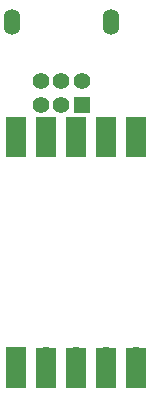
<source format=gbr>
%TF.GenerationSoftware,KiCad,Pcbnew,(6.0.7)*%
%TF.CreationDate,2022-08-31T20:47:36+01:00*%
%TF.ProjectId,Adapter,41646170-7465-4722-9e6b-696361645f70,rev?*%
%TF.SameCoordinates,Original*%
%TF.FileFunction,Soldermask,Top*%
%TF.FilePolarity,Negative*%
%FSLAX46Y46*%
G04 Gerber Fmt 4.6, Leading zero omitted, Abs format (unit mm)*
G04 Created by KiCad (PCBNEW (6.0.7)) date 2022-08-31 20:47:36*
%MOMM*%
%LPD*%
G01*
G04 APERTURE LIST*
%ADD10R,1.700000X1.700000*%
%ADD11R,1.700000X3.500000*%
%ADD12O,1.700000X1.700000*%
%ADD13R,1.400000X1.400000*%
%ADD14C,1.400000*%
%ADD15O,1.400000X2.200000*%
G04 APERTURE END LIST*
D10*
%TO.C,U1*%
X147066000Y-116078000D03*
D11*
X147066000Y-116978000D03*
D12*
X149606000Y-116078000D03*
D11*
X149606000Y-116978000D03*
X152146000Y-116978000D03*
D12*
X152146000Y-116078000D03*
X154686000Y-116078000D03*
D11*
X154686000Y-116978000D03*
D12*
X157226000Y-116078000D03*
D11*
X157226000Y-116978000D03*
D12*
X157226000Y-98298000D03*
D11*
X157226000Y-97398000D03*
D12*
X154686000Y-98298000D03*
D11*
X154686000Y-97398000D03*
X152146000Y-97398000D03*
D12*
X152146000Y-98298000D03*
X149606000Y-98298000D03*
D11*
X149606000Y-97398000D03*
D10*
X147066000Y-98298000D03*
D11*
X147066000Y-97398000D03*
%TD*%
D13*
%TO.C,J1*%
X152622000Y-94731500D03*
D14*
X152622000Y-92731500D03*
X150922000Y-94731500D03*
X150922000Y-92731500D03*
X149222000Y-94731500D03*
X149222000Y-92731500D03*
D15*
X155122000Y-87731500D03*
X146722000Y-87731500D03*
%TD*%
M02*

</source>
